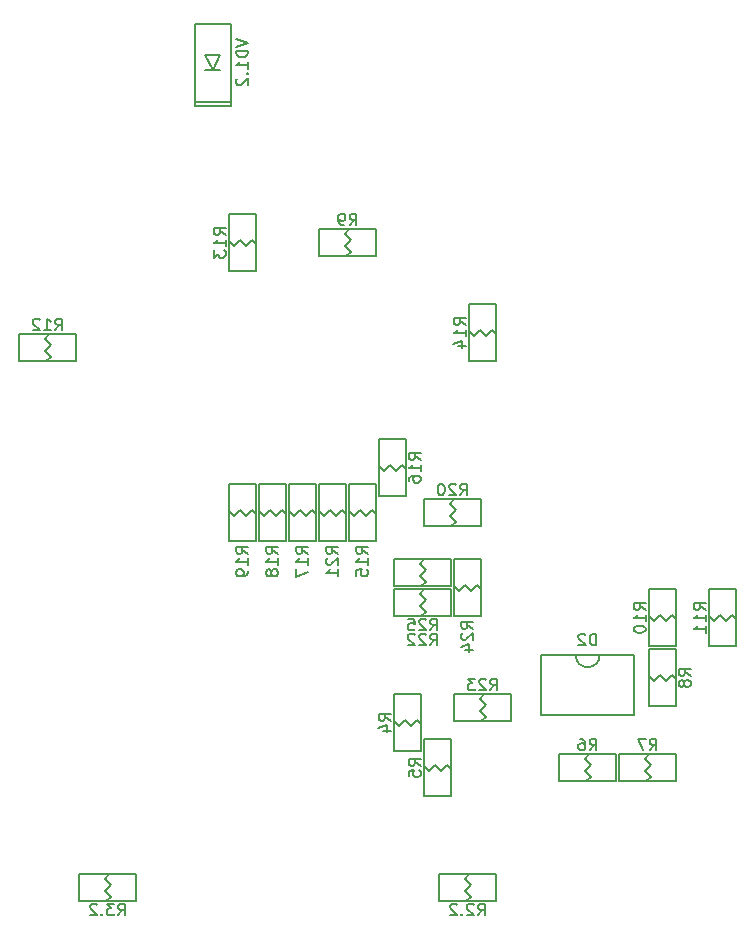
<source format=gbr>
G04 #@! TF.GenerationSoftware,KiCad,Pcbnew,5.1.6-c6e7f7d~87~ubuntu19.10.1*
G04 #@! TF.CreationDate,2021-07-29T05:59:27+06:00*
G04 #@! TF.ProjectId,little_angel_chorus_r1a,6c697474-6c65-45f6-916e-67656c5f6368,1A*
G04 #@! TF.SameCoordinates,Original*
G04 #@! TF.FileFunction,Legend,Bot*
G04 #@! TF.FilePolarity,Positive*
%FSLAX46Y46*%
G04 Gerber Fmt 4.6, Leading zero omitted, Abs format (unit mm)*
G04 Created by KiCad (PCBNEW 5.1.6-c6e7f7d~87~ubuntu19.10.1) date 2021-07-29 05:59:27*
%MOMM*%
%LPD*%
G01*
G04 APERTURE LIST*
%ADD10C,0.200000*%
G04 APERTURE END LIST*
D10*
X134747000Y-149225000D02*
X126873000Y-149225000D01*
X126873000Y-149225000D02*
X126873000Y-154305000D01*
X126873000Y-154305000D02*
X134747000Y-154305000D01*
X134747000Y-149225000D02*
X134747000Y-154305000D01*
X131826000Y-149225000D02*
G75*
G02*
X129794000Y-149225000I-1016000J0D01*
G01*
X89916000Y-169164000D02*
X90424000Y-169672000D01*
X90424000Y-169672000D02*
X90043000Y-170053000D01*
X89916000Y-169164000D02*
X90424000Y-168656000D01*
X90424000Y-168656000D02*
X89916000Y-168148000D01*
X89916000Y-168148000D02*
X90297000Y-167767000D01*
X87757000Y-167767000D02*
X92583000Y-167767000D01*
X87757000Y-170053000D02*
X92583000Y-170053000D01*
X92583000Y-170053000D02*
X92583000Y-167767000D01*
X87757000Y-170053000D02*
X87757000Y-167767000D01*
X120904000Y-168656000D02*
X120396000Y-168148000D01*
X120396000Y-168148000D02*
X120777000Y-167767000D01*
X120904000Y-168656000D02*
X120396000Y-169164000D01*
X120396000Y-169164000D02*
X120904000Y-169672000D01*
X120904000Y-169672000D02*
X120523000Y-170053000D01*
X123063000Y-170053000D02*
X118237000Y-170053000D01*
X123063000Y-167767000D02*
X118237000Y-167767000D01*
X118237000Y-167767000D02*
X118237000Y-170053000D01*
X123063000Y-167767000D02*
X123063000Y-170053000D01*
X136144000Y-158496000D02*
X135636000Y-157988000D01*
X135636000Y-157988000D02*
X136017000Y-157607000D01*
X136144000Y-158496000D02*
X135636000Y-159004000D01*
X135636000Y-159004000D02*
X136144000Y-159512000D01*
X136144000Y-159512000D02*
X135763000Y-159893000D01*
X138303000Y-159893000D02*
X133477000Y-159893000D01*
X138303000Y-157607000D02*
X133477000Y-157607000D01*
X133477000Y-157607000D02*
X133477000Y-159893000D01*
X138303000Y-157607000D02*
X138303000Y-159893000D01*
X131064000Y-158496000D02*
X130556000Y-157988000D01*
X130556000Y-157988000D02*
X130937000Y-157607000D01*
X131064000Y-158496000D02*
X130556000Y-159004000D01*
X130556000Y-159004000D02*
X131064000Y-159512000D01*
X131064000Y-159512000D02*
X130683000Y-159893000D01*
X133223000Y-159893000D02*
X128397000Y-159893000D01*
X133223000Y-157607000D02*
X128397000Y-157607000D01*
X128397000Y-157607000D02*
X128397000Y-159893000D01*
X133223000Y-157607000D02*
X133223000Y-159893000D01*
X118364000Y-159004000D02*
X118872000Y-158496000D01*
X118872000Y-158496000D02*
X119253000Y-158877000D01*
X118364000Y-159004000D02*
X117856000Y-158496000D01*
X117856000Y-158496000D02*
X117348000Y-159004000D01*
X117348000Y-159004000D02*
X116967000Y-158623000D01*
X116967000Y-161163000D02*
X116967000Y-156337000D01*
X119253000Y-161163000D02*
X119253000Y-156337000D01*
X119253000Y-156337000D02*
X116967000Y-156337000D01*
X119253000Y-161163000D02*
X116967000Y-161163000D01*
X115316000Y-154686000D02*
X114808000Y-155194000D01*
X114808000Y-155194000D02*
X114427000Y-154813000D01*
X115316000Y-154686000D02*
X115824000Y-155194000D01*
X115824000Y-155194000D02*
X116332000Y-154686000D01*
X116332000Y-154686000D02*
X116713000Y-155067000D01*
X116713000Y-152527000D02*
X116713000Y-157353000D01*
X114427000Y-152527000D02*
X114427000Y-157353000D01*
X114427000Y-157353000D02*
X116713000Y-157353000D01*
X114427000Y-152527000D02*
X116713000Y-152527000D01*
X137414000Y-146304000D02*
X137922000Y-145796000D01*
X137922000Y-145796000D02*
X138303000Y-146177000D01*
X137414000Y-146304000D02*
X136906000Y-145796000D01*
X136906000Y-145796000D02*
X136398000Y-146304000D01*
X136398000Y-146304000D02*
X136017000Y-145923000D01*
X136017000Y-148463000D02*
X136017000Y-143637000D01*
X138303000Y-148463000D02*
X138303000Y-143637000D01*
X138303000Y-143637000D02*
X136017000Y-143637000D01*
X138303000Y-148463000D02*
X136017000Y-148463000D01*
X142494000Y-146304000D02*
X143002000Y-145796000D01*
X143002000Y-145796000D02*
X143383000Y-146177000D01*
X142494000Y-146304000D02*
X141986000Y-145796000D01*
X141986000Y-145796000D02*
X141478000Y-146304000D01*
X141478000Y-146304000D02*
X141097000Y-145923000D01*
X141097000Y-148463000D02*
X141097000Y-143637000D01*
X143383000Y-148463000D02*
X143383000Y-143637000D01*
X143383000Y-143637000D02*
X141097000Y-143637000D01*
X143383000Y-148463000D02*
X141097000Y-148463000D01*
X122174000Y-122174000D02*
X122682000Y-121666000D01*
X122682000Y-121666000D02*
X123063000Y-122047000D01*
X122174000Y-122174000D02*
X121666000Y-121666000D01*
X121666000Y-121666000D02*
X121158000Y-122174000D01*
X121158000Y-122174000D02*
X120777000Y-121793000D01*
X120777000Y-124333000D02*
X120777000Y-119507000D01*
X123063000Y-124333000D02*
X123063000Y-119507000D01*
X123063000Y-119507000D02*
X120777000Y-119507000D01*
X123063000Y-124333000D02*
X120777000Y-124333000D01*
X121666000Y-153924000D02*
X122174000Y-154432000D01*
X122174000Y-154432000D02*
X121793000Y-154813000D01*
X121666000Y-153924000D02*
X122174000Y-153416000D01*
X122174000Y-153416000D02*
X121666000Y-152908000D01*
X121666000Y-152908000D02*
X122047000Y-152527000D01*
X119507000Y-152527000D02*
X124333000Y-152527000D01*
X119507000Y-154813000D02*
X124333000Y-154813000D01*
X124333000Y-154813000D02*
X124333000Y-152527000D01*
X119507000Y-154813000D02*
X119507000Y-152527000D01*
X101346000Y-114046000D02*
X100838000Y-114554000D01*
X100838000Y-114554000D02*
X100457000Y-114173000D01*
X101346000Y-114046000D02*
X101854000Y-114554000D01*
X101854000Y-114554000D02*
X102362000Y-114046000D01*
X102362000Y-114046000D02*
X102743000Y-114427000D01*
X102743000Y-111887000D02*
X102743000Y-116713000D01*
X100457000Y-111887000D02*
X100457000Y-116713000D01*
X100457000Y-116713000D02*
X102743000Y-116713000D01*
X100457000Y-111887000D02*
X102743000Y-111887000D01*
X110236000Y-114554000D02*
X110744000Y-115062000D01*
X110744000Y-115062000D02*
X110363000Y-115443000D01*
X110236000Y-114554000D02*
X110744000Y-114046000D01*
X110744000Y-114046000D02*
X110236000Y-113538000D01*
X110236000Y-113538000D02*
X110617000Y-113157000D01*
X108077000Y-113157000D02*
X112903000Y-113157000D01*
X108077000Y-115443000D02*
X112903000Y-115443000D01*
X112903000Y-115443000D02*
X112903000Y-113157000D01*
X108077000Y-115443000D02*
X108077000Y-113157000D01*
X84836000Y-123444000D02*
X85344000Y-123952000D01*
X85344000Y-123952000D02*
X84963000Y-124333000D01*
X84836000Y-123444000D02*
X85344000Y-122936000D01*
X85344000Y-122936000D02*
X84836000Y-122428000D01*
X84836000Y-122428000D02*
X85217000Y-122047000D01*
X82677000Y-122047000D02*
X87503000Y-122047000D01*
X82677000Y-124333000D02*
X87503000Y-124333000D01*
X87503000Y-124333000D02*
X87503000Y-122047000D01*
X82677000Y-124333000D02*
X82677000Y-122047000D01*
X137414000Y-151384000D02*
X137922000Y-150876000D01*
X137922000Y-150876000D02*
X138303000Y-151257000D01*
X137414000Y-151384000D02*
X136906000Y-150876000D01*
X136906000Y-150876000D02*
X136398000Y-151384000D01*
X136398000Y-151384000D02*
X136017000Y-151003000D01*
X136017000Y-153543000D02*
X136017000Y-148717000D01*
X138303000Y-153543000D02*
X138303000Y-148717000D01*
X138303000Y-148717000D02*
X136017000Y-148717000D01*
X138303000Y-153543000D02*
X136017000Y-153543000D01*
X108966000Y-136906000D02*
X108458000Y-137414000D01*
X108458000Y-137414000D02*
X108077000Y-137033000D01*
X108966000Y-136906000D02*
X109474000Y-137414000D01*
X109474000Y-137414000D02*
X109982000Y-136906000D01*
X109982000Y-136906000D02*
X110363000Y-137287000D01*
X110363000Y-134747000D02*
X110363000Y-139573000D01*
X108077000Y-134747000D02*
X108077000Y-139573000D01*
X108077000Y-139573000D02*
X110363000Y-139573000D01*
X108077000Y-134747000D02*
X110363000Y-134747000D01*
X117094000Y-141986000D02*
X116586000Y-141478000D01*
X116586000Y-141478000D02*
X116967000Y-141097000D01*
X117094000Y-141986000D02*
X116586000Y-142494000D01*
X116586000Y-142494000D02*
X117094000Y-143002000D01*
X117094000Y-143002000D02*
X116713000Y-143383000D01*
X119253000Y-143383000D02*
X114427000Y-143383000D01*
X119253000Y-141097000D02*
X114427000Y-141097000D01*
X114427000Y-141097000D02*
X114427000Y-143383000D01*
X119253000Y-141097000D02*
X119253000Y-143383000D01*
X119126000Y-137414000D02*
X119634000Y-137922000D01*
X119634000Y-137922000D02*
X119253000Y-138303000D01*
X119126000Y-137414000D02*
X119634000Y-136906000D01*
X119634000Y-136906000D02*
X119126000Y-136398000D01*
X119126000Y-136398000D02*
X119507000Y-136017000D01*
X116967000Y-136017000D02*
X121793000Y-136017000D01*
X116967000Y-138303000D02*
X121793000Y-138303000D01*
X121793000Y-138303000D02*
X121793000Y-136017000D01*
X116967000Y-138303000D02*
X116967000Y-136017000D01*
X101346000Y-136906000D02*
X100838000Y-137414000D01*
X100838000Y-137414000D02*
X100457000Y-137033000D01*
X101346000Y-136906000D02*
X101854000Y-137414000D01*
X101854000Y-137414000D02*
X102362000Y-136906000D01*
X102362000Y-136906000D02*
X102743000Y-137287000D01*
X102743000Y-134747000D02*
X102743000Y-139573000D01*
X100457000Y-134747000D02*
X100457000Y-139573000D01*
X100457000Y-139573000D02*
X102743000Y-139573000D01*
X100457000Y-134747000D02*
X102743000Y-134747000D01*
X103886000Y-136906000D02*
X103378000Y-137414000D01*
X103378000Y-137414000D02*
X102997000Y-137033000D01*
X103886000Y-136906000D02*
X104394000Y-137414000D01*
X104394000Y-137414000D02*
X104902000Y-136906000D01*
X104902000Y-136906000D02*
X105283000Y-137287000D01*
X105283000Y-134747000D02*
X105283000Y-139573000D01*
X102997000Y-134747000D02*
X102997000Y-139573000D01*
X102997000Y-139573000D02*
X105283000Y-139573000D01*
X102997000Y-134747000D02*
X105283000Y-134747000D01*
X106426000Y-136906000D02*
X105918000Y-137414000D01*
X105918000Y-137414000D02*
X105537000Y-137033000D01*
X106426000Y-136906000D02*
X106934000Y-137414000D01*
X106934000Y-137414000D02*
X107442000Y-136906000D01*
X107442000Y-136906000D02*
X107823000Y-137287000D01*
X107823000Y-134747000D02*
X107823000Y-139573000D01*
X105537000Y-134747000D02*
X105537000Y-139573000D01*
X105537000Y-139573000D02*
X107823000Y-139573000D01*
X105537000Y-134747000D02*
X107823000Y-134747000D01*
X114046000Y-133096000D02*
X113538000Y-133604000D01*
X113538000Y-133604000D02*
X113157000Y-133223000D01*
X114046000Y-133096000D02*
X114554000Y-133604000D01*
X114554000Y-133604000D02*
X115062000Y-133096000D01*
X115062000Y-133096000D02*
X115443000Y-133477000D01*
X115443000Y-130937000D02*
X115443000Y-135763000D01*
X113157000Y-130937000D02*
X113157000Y-135763000D01*
X113157000Y-135763000D02*
X115443000Y-135763000D01*
X113157000Y-130937000D02*
X115443000Y-130937000D01*
X111506000Y-136906000D02*
X110998000Y-137414000D01*
X110998000Y-137414000D02*
X110617000Y-137033000D01*
X111506000Y-136906000D02*
X112014000Y-137414000D01*
X112014000Y-137414000D02*
X112522000Y-136906000D01*
X112522000Y-136906000D02*
X112903000Y-137287000D01*
X112903000Y-134747000D02*
X112903000Y-139573000D01*
X110617000Y-134747000D02*
X110617000Y-139573000D01*
X110617000Y-139573000D02*
X112903000Y-139573000D01*
X110617000Y-134747000D02*
X112903000Y-134747000D01*
X120904000Y-143764000D02*
X121412000Y-143256000D01*
X121412000Y-143256000D02*
X121793000Y-143637000D01*
X120904000Y-143764000D02*
X120396000Y-143256000D01*
X120396000Y-143256000D02*
X119888000Y-143764000D01*
X119888000Y-143764000D02*
X119507000Y-143383000D01*
X119507000Y-145923000D02*
X119507000Y-141097000D01*
X121793000Y-145923000D02*
X121793000Y-141097000D01*
X121793000Y-141097000D02*
X119507000Y-141097000D01*
X121793000Y-145923000D02*
X119507000Y-145923000D01*
X116586000Y-145034000D02*
X117094000Y-145542000D01*
X117094000Y-145542000D02*
X116713000Y-145923000D01*
X116586000Y-145034000D02*
X117094000Y-144526000D01*
X117094000Y-144526000D02*
X116586000Y-144018000D01*
X116586000Y-144018000D02*
X116967000Y-143637000D01*
X114427000Y-143637000D02*
X119253000Y-143637000D01*
X114427000Y-145923000D02*
X119253000Y-145923000D01*
X119253000Y-145923000D02*
X119253000Y-143637000D01*
X114427000Y-145923000D02*
X114427000Y-143637000D01*
X98425000Y-99695000D02*
X99695000Y-99695000D01*
X98425000Y-98425000D02*
X99695000Y-98425000D01*
X99695000Y-98425000D02*
X99060000Y-99695000D01*
X99060000Y-99695000D02*
X98425000Y-98425000D01*
X100584000Y-95758000D02*
X100584000Y-102743000D01*
X97536000Y-95758000D02*
X97536000Y-102743000D01*
X97536000Y-102743000D02*
X100584000Y-102743000D01*
X97536000Y-102362000D02*
X100584000Y-102362000D01*
X100584000Y-95758000D02*
X97536000Y-95758000D01*
X131548095Y-148407380D02*
X131548095Y-147407380D01*
X131310000Y-147407380D01*
X131167142Y-147455000D01*
X131071904Y-147550238D01*
X131024285Y-147645476D01*
X130976666Y-147835952D01*
X130976666Y-147978809D01*
X131024285Y-148169285D01*
X131071904Y-148264523D01*
X131167142Y-148359761D01*
X131310000Y-148407380D01*
X131548095Y-148407380D01*
X130595714Y-147502619D02*
X130548095Y-147455000D01*
X130452857Y-147407380D01*
X130214761Y-147407380D01*
X130119523Y-147455000D01*
X130071904Y-147502619D01*
X130024285Y-147597857D01*
X130024285Y-147693095D01*
X130071904Y-147835952D01*
X130643333Y-148407380D01*
X130024285Y-148407380D01*
X91050952Y-171267380D02*
X91384285Y-170791190D01*
X91622380Y-171267380D02*
X91622380Y-170267380D01*
X91241428Y-170267380D01*
X91146190Y-170315000D01*
X91098571Y-170362619D01*
X91050952Y-170457857D01*
X91050952Y-170600714D01*
X91098571Y-170695952D01*
X91146190Y-170743571D01*
X91241428Y-170791190D01*
X91622380Y-170791190D01*
X90717619Y-170267380D02*
X90098571Y-170267380D01*
X90431904Y-170648333D01*
X90289047Y-170648333D01*
X90193809Y-170695952D01*
X90146190Y-170743571D01*
X90098571Y-170838809D01*
X90098571Y-171076904D01*
X90146190Y-171172142D01*
X90193809Y-171219761D01*
X90289047Y-171267380D01*
X90574761Y-171267380D01*
X90670000Y-171219761D01*
X90717619Y-171172142D01*
X89670000Y-171172142D02*
X89622380Y-171219761D01*
X89670000Y-171267380D01*
X89717619Y-171219761D01*
X89670000Y-171172142D01*
X89670000Y-171267380D01*
X89241428Y-170362619D02*
X89193809Y-170315000D01*
X89098571Y-170267380D01*
X88860476Y-170267380D01*
X88765238Y-170315000D01*
X88717619Y-170362619D01*
X88670000Y-170457857D01*
X88670000Y-170553095D01*
X88717619Y-170695952D01*
X89289047Y-171267380D01*
X88670000Y-171267380D01*
X121530952Y-171267380D02*
X121864285Y-170791190D01*
X122102380Y-171267380D02*
X122102380Y-170267380D01*
X121721428Y-170267380D01*
X121626190Y-170315000D01*
X121578571Y-170362619D01*
X121530952Y-170457857D01*
X121530952Y-170600714D01*
X121578571Y-170695952D01*
X121626190Y-170743571D01*
X121721428Y-170791190D01*
X122102380Y-170791190D01*
X121150000Y-170362619D02*
X121102380Y-170315000D01*
X121007142Y-170267380D01*
X120769047Y-170267380D01*
X120673809Y-170315000D01*
X120626190Y-170362619D01*
X120578571Y-170457857D01*
X120578571Y-170553095D01*
X120626190Y-170695952D01*
X121197619Y-171267380D01*
X120578571Y-171267380D01*
X120150000Y-171172142D02*
X120102380Y-171219761D01*
X120150000Y-171267380D01*
X120197619Y-171219761D01*
X120150000Y-171172142D01*
X120150000Y-171267380D01*
X119721428Y-170362619D02*
X119673809Y-170315000D01*
X119578571Y-170267380D01*
X119340476Y-170267380D01*
X119245238Y-170315000D01*
X119197619Y-170362619D01*
X119150000Y-170457857D01*
X119150000Y-170553095D01*
X119197619Y-170695952D01*
X119769047Y-171267380D01*
X119150000Y-171267380D01*
X136056666Y-157297380D02*
X136390000Y-156821190D01*
X136628095Y-157297380D02*
X136628095Y-156297380D01*
X136247142Y-156297380D01*
X136151904Y-156345000D01*
X136104285Y-156392619D01*
X136056666Y-156487857D01*
X136056666Y-156630714D01*
X136104285Y-156725952D01*
X136151904Y-156773571D01*
X136247142Y-156821190D01*
X136628095Y-156821190D01*
X135723333Y-156297380D02*
X135056666Y-156297380D01*
X135485238Y-157297380D01*
X130976666Y-157297380D02*
X131310000Y-156821190D01*
X131548095Y-157297380D02*
X131548095Y-156297380D01*
X131167142Y-156297380D01*
X131071904Y-156345000D01*
X131024285Y-156392619D01*
X130976666Y-156487857D01*
X130976666Y-156630714D01*
X131024285Y-156725952D01*
X131071904Y-156773571D01*
X131167142Y-156821190D01*
X131548095Y-156821190D01*
X130119523Y-156297380D02*
X130310000Y-156297380D01*
X130405238Y-156345000D01*
X130452857Y-156392619D01*
X130548095Y-156535476D01*
X130595714Y-156725952D01*
X130595714Y-157106904D01*
X130548095Y-157202142D01*
X130500476Y-157249761D01*
X130405238Y-157297380D01*
X130214761Y-157297380D01*
X130119523Y-157249761D01*
X130071904Y-157202142D01*
X130024285Y-157106904D01*
X130024285Y-156868809D01*
X130071904Y-156773571D01*
X130119523Y-156725952D01*
X130214761Y-156678333D01*
X130405238Y-156678333D01*
X130500476Y-156725952D01*
X130548095Y-156773571D01*
X130595714Y-156868809D01*
X116657380Y-158583333D02*
X116181190Y-158250000D01*
X116657380Y-158011904D02*
X115657380Y-158011904D01*
X115657380Y-158392857D01*
X115705000Y-158488095D01*
X115752619Y-158535714D01*
X115847857Y-158583333D01*
X115990714Y-158583333D01*
X116085952Y-158535714D01*
X116133571Y-158488095D01*
X116181190Y-158392857D01*
X116181190Y-158011904D01*
X115657380Y-159488095D02*
X115657380Y-159011904D01*
X116133571Y-158964285D01*
X116085952Y-159011904D01*
X116038333Y-159107142D01*
X116038333Y-159345238D01*
X116085952Y-159440476D01*
X116133571Y-159488095D01*
X116228809Y-159535714D01*
X116466904Y-159535714D01*
X116562142Y-159488095D01*
X116609761Y-159440476D01*
X116657380Y-159345238D01*
X116657380Y-159107142D01*
X116609761Y-159011904D01*
X116562142Y-158964285D01*
X114117380Y-154773333D02*
X113641190Y-154440000D01*
X114117380Y-154201904D02*
X113117380Y-154201904D01*
X113117380Y-154582857D01*
X113165000Y-154678095D01*
X113212619Y-154725714D01*
X113307857Y-154773333D01*
X113450714Y-154773333D01*
X113545952Y-154725714D01*
X113593571Y-154678095D01*
X113641190Y-154582857D01*
X113641190Y-154201904D01*
X113450714Y-155630476D02*
X114117380Y-155630476D01*
X113069761Y-155392380D02*
X113784047Y-155154285D01*
X113784047Y-155773333D01*
X135707380Y-145407142D02*
X135231190Y-145073809D01*
X135707380Y-144835714D02*
X134707380Y-144835714D01*
X134707380Y-145216666D01*
X134755000Y-145311904D01*
X134802619Y-145359523D01*
X134897857Y-145407142D01*
X135040714Y-145407142D01*
X135135952Y-145359523D01*
X135183571Y-145311904D01*
X135231190Y-145216666D01*
X135231190Y-144835714D01*
X135707380Y-146359523D02*
X135707380Y-145788095D01*
X135707380Y-146073809D02*
X134707380Y-146073809D01*
X134850238Y-145978571D01*
X134945476Y-145883333D01*
X134993095Y-145788095D01*
X134707380Y-146978571D02*
X134707380Y-147073809D01*
X134755000Y-147169047D01*
X134802619Y-147216666D01*
X134897857Y-147264285D01*
X135088333Y-147311904D01*
X135326428Y-147311904D01*
X135516904Y-147264285D01*
X135612142Y-147216666D01*
X135659761Y-147169047D01*
X135707380Y-147073809D01*
X135707380Y-146978571D01*
X135659761Y-146883333D01*
X135612142Y-146835714D01*
X135516904Y-146788095D01*
X135326428Y-146740476D01*
X135088333Y-146740476D01*
X134897857Y-146788095D01*
X134802619Y-146835714D01*
X134755000Y-146883333D01*
X134707380Y-146978571D01*
X140787380Y-145407142D02*
X140311190Y-145073809D01*
X140787380Y-144835714D02*
X139787380Y-144835714D01*
X139787380Y-145216666D01*
X139835000Y-145311904D01*
X139882619Y-145359523D01*
X139977857Y-145407142D01*
X140120714Y-145407142D01*
X140215952Y-145359523D01*
X140263571Y-145311904D01*
X140311190Y-145216666D01*
X140311190Y-144835714D01*
X140787380Y-146359523D02*
X140787380Y-145788095D01*
X140787380Y-146073809D02*
X139787380Y-146073809D01*
X139930238Y-145978571D01*
X140025476Y-145883333D01*
X140073095Y-145788095D01*
X140787380Y-147311904D02*
X140787380Y-146740476D01*
X140787380Y-147026190D02*
X139787380Y-147026190D01*
X139930238Y-146930952D01*
X140025476Y-146835714D01*
X140073095Y-146740476D01*
X120467380Y-121277142D02*
X119991190Y-120943809D01*
X120467380Y-120705714D02*
X119467380Y-120705714D01*
X119467380Y-121086666D01*
X119515000Y-121181904D01*
X119562619Y-121229523D01*
X119657857Y-121277142D01*
X119800714Y-121277142D01*
X119895952Y-121229523D01*
X119943571Y-121181904D01*
X119991190Y-121086666D01*
X119991190Y-120705714D01*
X120467380Y-122229523D02*
X120467380Y-121658095D01*
X120467380Y-121943809D02*
X119467380Y-121943809D01*
X119610238Y-121848571D01*
X119705476Y-121753333D01*
X119753095Y-121658095D01*
X119800714Y-123086666D02*
X120467380Y-123086666D01*
X119419761Y-122848571D02*
X120134047Y-122610476D01*
X120134047Y-123229523D01*
X122562857Y-152217380D02*
X122896190Y-151741190D01*
X123134285Y-152217380D02*
X123134285Y-151217380D01*
X122753333Y-151217380D01*
X122658095Y-151265000D01*
X122610476Y-151312619D01*
X122562857Y-151407857D01*
X122562857Y-151550714D01*
X122610476Y-151645952D01*
X122658095Y-151693571D01*
X122753333Y-151741190D01*
X123134285Y-151741190D01*
X122181904Y-151312619D02*
X122134285Y-151265000D01*
X122039047Y-151217380D01*
X121800952Y-151217380D01*
X121705714Y-151265000D01*
X121658095Y-151312619D01*
X121610476Y-151407857D01*
X121610476Y-151503095D01*
X121658095Y-151645952D01*
X122229523Y-152217380D01*
X121610476Y-152217380D01*
X121277142Y-151217380D02*
X120658095Y-151217380D01*
X120991428Y-151598333D01*
X120848571Y-151598333D01*
X120753333Y-151645952D01*
X120705714Y-151693571D01*
X120658095Y-151788809D01*
X120658095Y-152026904D01*
X120705714Y-152122142D01*
X120753333Y-152169761D01*
X120848571Y-152217380D01*
X121134285Y-152217380D01*
X121229523Y-152169761D01*
X121277142Y-152122142D01*
X100147380Y-113657142D02*
X99671190Y-113323809D01*
X100147380Y-113085714D02*
X99147380Y-113085714D01*
X99147380Y-113466666D01*
X99195000Y-113561904D01*
X99242619Y-113609523D01*
X99337857Y-113657142D01*
X99480714Y-113657142D01*
X99575952Y-113609523D01*
X99623571Y-113561904D01*
X99671190Y-113466666D01*
X99671190Y-113085714D01*
X100147380Y-114609523D02*
X100147380Y-114038095D01*
X100147380Y-114323809D02*
X99147380Y-114323809D01*
X99290238Y-114228571D01*
X99385476Y-114133333D01*
X99433095Y-114038095D01*
X99147380Y-114942857D02*
X99147380Y-115561904D01*
X99528333Y-115228571D01*
X99528333Y-115371428D01*
X99575952Y-115466666D01*
X99623571Y-115514285D01*
X99718809Y-115561904D01*
X99956904Y-115561904D01*
X100052142Y-115514285D01*
X100099761Y-115466666D01*
X100147380Y-115371428D01*
X100147380Y-115085714D01*
X100099761Y-114990476D01*
X100052142Y-114942857D01*
X110656666Y-112847380D02*
X110990000Y-112371190D01*
X111228095Y-112847380D02*
X111228095Y-111847380D01*
X110847142Y-111847380D01*
X110751904Y-111895000D01*
X110704285Y-111942619D01*
X110656666Y-112037857D01*
X110656666Y-112180714D01*
X110704285Y-112275952D01*
X110751904Y-112323571D01*
X110847142Y-112371190D01*
X111228095Y-112371190D01*
X110180476Y-112847380D02*
X109990000Y-112847380D01*
X109894761Y-112799761D01*
X109847142Y-112752142D01*
X109751904Y-112609285D01*
X109704285Y-112418809D01*
X109704285Y-112037857D01*
X109751904Y-111942619D01*
X109799523Y-111895000D01*
X109894761Y-111847380D01*
X110085238Y-111847380D01*
X110180476Y-111895000D01*
X110228095Y-111942619D01*
X110275714Y-112037857D01*
X110275714Y-112275952D01*
X110228095Y-112371190D01*
X110180476Y-112418809D01*
X110085238Y-112466428D01*
X109894761Y-112466428D01*
X109799523Y-112418809D01*
X109751904Y-112371190D01*
X109704285Y-112275952D01*
X85732857Y-121737380D02*
X86066190Y-121261190D01*
X86304285Y-121737380D02*
X86304285Y-120737380D01*
X85923333Y-120737380D01*
X85828095Y-120785000D01*
X85780476Y-120832619D01*
X85732857Y-120927857D01*
X85732857Y-121070714D01*
X85780476Y-121165952D01*
X85828095Y-121213571D01*
X85923333Y-121261190D01*
X86304285Y-121261190D01*
X84780476Y-121737380D02*
X85351904Y-121737380D01*
X85066190Y-121737380D02*
X85066190Y-120737380D01*
X85161428Y-120880238D01*
X85256666Y-120975476D01*
X85351904Y-121023095D01*
X84399523Y-120832619D02*
X84351904Y-120785000D01*
X84256666Y-120737380D01*
X84018571Y-120737380D01*
X83923333Y-120785000D01*
X83875714Y-120832619D01*
X83828095Y-120927857D01*
X83828095Y-121023095D01*
X83875714Y-121165952D01*
X84447142Y-121737380D01*
X83828095Y-121737380D01*
X139517380Y-150963333D02*
X139041190Y-150630000D01*
X139517380Y-150391904D02*
X138517380Y-150391904D01*
X138517380Y-150772857D01*
X138565000Y-150868095D01*
X138612619Y-150915714D01*
X138707857Y-150963333D01*
X138850714Y-150963333D01*
X138945952Y-150915714D01*
X138993571Y-150868095D01*
X139041190Y-150772857D01*
X139041190Y-150391904D01*
X138945952Y-151534761D02*
X138898333Y-151439523D01*
X138850714Y-151391904D01*
X138755476Y-151344285D01*
X138707857Y-151344285D01*
X138612619Y-151391904D01*
X138565000Y-151439523D01*
X138517380Y-151534761D01*
X138517380Y-151725238D01*
X138565000Y-151820476D01*
X138612619Y-151868095D01*
X138707857Y-151915714D01*
X138755476Y-151915714D01*
X138850714Y-151868095D01*
X138898333Y-151820476D01*
X138945952Y-151725238D01*
X138945952Y-151534761D01*
X138993571Y-151439523D01*
X139041190Y-151391904D01*
X139136428Y-151344285D01*
X139326904Y-151344285D01*
X139422142Y-151391904D01*
X139469761Y-151439523D01*
X139517380Y-151534761D01*
X139517380Y-151725238D01*
X139469761Y-151820476D01*
X139422142Y-151868095D01*
X139326904Y-151915714D01*
X139136428Y-151915714D01*
X139041190Y-151868095D01*
X138993571Y-151820476D01*
X138945952Y-151725238D01*
X109672380Y-140639523D02*
X109196190Y-140306190D01*
X109672380Y-140068095D02*
X108672380Y-140068095D01*
X108672380Y-140449047D01*
X108720000Y-140544285D01*
X108767619Y-140591904D01*
X108862857Y-140639523D01*
X109005714Y-140639523D01*
X109100952Y-140591904D01*
X109148571Y-140544285D01*
X109196190Y-140449047D01*
X109196190Y-140068095D01*
X108767619Y-141020476D02*
X108720000Y-141068095D01*
X108672380Y-141163333D01*
X108672380Y-141401428D01*
X108720000Y-141496666D01*
X108767619Y-141544285D01*
X108862857Y-141591904D01*
X108958095Y-141591904D01*
X109100952Y-141544285D01*
X109672380Y-140972857D01*
X109672380Y-141591904D01*
X109672380Y-142544285D02*
X109672380Y-141972857D01*
X109672380Y-142258571D02*
X108672380Y-142258571D01*
X108815238Y-142163333D01*
X108910476Y-142068095D01*
X108958095Y-141972857D01*
X117482857Y-147137380D02*
X117816190Y-146661190D01*
X118054285Y-147137380D02*
X118054285Y-146137380D01*
X117673333Y-146137380D01*
X117578095Y-146185000D01*
X117530476Y-146232619D01*
X117482857Y-146327857D01*
X117482857Y-146470714D01*
X117530476Y-146565952D01*
X117578095Y-146613571D01*
X117673333Y-146661190D01*
X118054285Y-146661190D01*
X117101904Y-146232619D02*
X117054285Y-146185000D01*
X116959047Y-146137380D01*
X116720952Y-146137380D01*
X116625714Y-146185000D01*
X116578095Y-146232619D01*
X116530476Y-146327857D01*
X116530476Y-146423095D01*
X116578095Y-146565952D01*
X117149523Y-147137380D01*
X116530476Y-147137380D01*
X115625714Y-146137380D02*
X116101904Y-146137380D01*
X116149523Y-146613571D01*
X116101904Y-146565952D01*
X116006666Y-146518333D01*
X115768571Y-146518333D01*
X115673333Y-146565952D01*
X115625714Y-146613571D01*
X115578095Y-146708809D01*
X115578095Y-146946904D01*
X115625714Y-147042142D01*
X115673333Y-147089761D01*
X115768571Y-147137380D01*
X116006666Y-147137380D01*
X116101904Y-147089761D01*
X116149523Y-147042142D01*
X120022857Y-135707380D02*
X120356190Y-135231190D01*
X120594285Y-135707380D02*
X120594285Y-134707380D01*
X120213333Y-134707380D01*
X120118095Y-134755000D01*
X120070476Y-134802619D01*
X120022857Y-134897857D01*
X120022857Y-135040714D01*
X120070476Y-135135952D01*
X120118095Y-135183571D01*
X120213333Y-135231190D01*
X120594285Y-135231190D01*
X119641904Y-134802619D02*
X119594285Y-134755000D01*
X119499047Y-134707380D01*
X119260952Y-134707380D01*
X119165714Y-134755000D01*
X119118095Y-134802619D01*
X119070476Y-134897857D01*
X119070476Y-134993095D01*
X119118095Y-135135952D01*
X119689523Y-135707380D01*
X119070476Y-135707380D01*
X118451428Y-134707380D02*
X118356190Y-134707380D01*
X118260952Y-134755000D01*
X118213333Y-134802619D01*
X118165714Y-134897857D01*
X118118095Y-135088333D01*
X118118095Y-135326428D01*
X118165714Y-135516904D01*
X118213333Y-135612142D01*
X118260952Y-135659761D01*
X118356190Y-135707380D01*
X118451428Y-135707380D01*
X118546666Y-135659761D01*
X118594285Y-135612142D01*
X118641904Y-135516904D01*
X118689523Y-135326428D01*
X118689523Y-135088333D01*
X118641904Y-134897857D01*
X118594285Y-134802619D01*
X118546666Y-134755000D01*
X118451428Y-134707380D01*
X102052380Y-140639523D02*
X101576190Y-140306190D01*
X102052380Y-140068095D02*
X101052380Y-140068095D01*
X101052380Y-140449047D01*
X101100000Y-140544285D01*
X101147619Y-140591904D01*
X101242857Y-140639523D01*
X101385714Y-140639523D01*
X101480952Y-140591904D01*
X101528571Y-140544285D01*
X101576190Y-140449047D01*
X101576190Y-140068095D01*
X102052380Y-141591904D02*
X102052380Y-141020476D01*
X102052380Y-141306190D02*
X101052380Y-141306190D01*
X101195238Y-141210952D01*
X101290476Y-141115714D01*
X101338095Y-141020476D01*
X102052380Y-142068095D02*
X102052380Y-142258571D01*
X102004761Y-142353809D01*
X101957142Y-142401428D01*
X101814285Y-142496666D01*
X101623809Y-142544285D01*
X101242857Y-142544285D01*
X101147619Y-142496666D01*
X101100000Y-142449047D01*
X101052380Y-142353809D01*
X101052380Y-142163333D01*
X101100000Y-142068095D01*
X101147619Y-142020476D01*
X101242857Y-141972857D01*
X101480952Y-141972857D01*
X101576190Y-142020476D01*
X101623809Y-142068095D01*
X101671428Y-142163333D01*
X101671428Y-142353809D01*
X101623809Y-142449047D01*
X101576190Y-142496666D01*
X101480952Y-142544285D01*
X104592380Y-140639523D02*
X104116190Y-140306190D01*
X104592380Y-140068095D02*
X103592380Y-140068095D01*
X103592380Y-140449047D01*
X103640000Y-140544285D01*
X103687619Y-140591904D01*
X103782857Y-140639523D01*
X103925714Y-140639523D01*
X104020952Y-140591904D01*
X104068571Y-140544285D01*
X104116190Y-140449047D01*
X104116190Y-140068095D01*
X104592380Y-141591904D02*
X104592380Y-141020476D01*
X104592380Y-141306190D02*
X103592380Y-141306190D01*
X103735238Y-141210952D01*
X103830476Y-141115714D01*
X103878095Y-141020476D01*
X104020952Y-142163333D02*
X103973333Y-142068095D01*
X103925714Y-142020476D01*
X103830476Y-141972857D01*
X103782857Y-141972857D01*
X103687619Y-142020476D01*
X103640000Y-142068095D01*
X103592380Y-142163333D01*
X103592380Y-142353809D01*
X103640000Y-142449047D01*
X103687619Y-142496666D01*
X103782857Y-142544285D01*
X103830476Y-142544285D01*
X103925714Y-142496666D01*
X103973333Y-142449047D01*
X104020952Y-142353809D01*
X104020952Y-142163333D01*
X104068571Y-142068095D01*
X104116190Y-142020476D01*
X104211428Y-141972857D01*
X104401904Y-141972857D01*
X104497142Y-142020476D01*
X104544761Y-142068095D01*
X104592380Y-142163333D01*
X104592380Y-142353809D01*
X104544761Y-142449047D01*
X104497142Y-142496666D01*
X104401904Y-142544285D01*
X104211428Y-142544285D01*
X104116190Y-142496666D01*
X104068571Y-142449047D01*
X104020952Y-142353809D01*
X107132380Y-140639523D02*
X106656190Y-140306190D01*
X107132380Y-140068095D02*
X106132380Y-140068095D01*
X106132380Y-140449047D01*
X106180000Y-140544285D01*
X106227619Y-140591904D01*
X106322857Y-140639523D01*
X106465714Y-140639523D01*
X106560952Y-140591904D01*
X106608571Y-140544285D01*
X106656190Y-140449047D01*
X106656190Y-140068095D01*
X107132380Y-141591904D02*
X107132380Y-141020476D01*
X107132380Y-141306190D02*
X106132380Y-141306190D01*
X106275238Y-141210952D01*
X106370476Y-141115714D01*
X106418095Y-141020476D01*
X106132380Y-141925238D02*
X106132380Y-142591904D01*
X107132380Y-142163333D01*
X116657380Y-132707142D02*
X116181190Y-132373809D01*
X116657380Y-132135714D02*
X115657380Y-132135714D01*
X115657380Y-132516666D01*
X115705000Y-132611904D01*
X115752619Y-132659523D01*
X115847857Y-132707142D01*
X115990714Y-132707142D01*
X116085952Y-132659523D01*
X116133571Y-132611904D01*
X116181190Y-132516666D01*
X116181190Y-132135714D01*
X116657380Y-133659523D02*
X116657380Y-133088095D01*
X116657380Y-133373809D02*
X115657380Y-133373809D01*
X115800238Y-133278571D01*
X115895476Y-133183333D01*
X115943095Y-133088095D01*
X115657380Y-134516666D02*
X115657380Y-134326190D01*
X115705000Y-134230952D01*
X115752619Y-134183333D01*
X115895476Y-134088095D01*
X116085952Y-134040476D01*
X116466904Y-134040476D01*
X116562142Y-134088095D01*
X116609761Y-134135714D01*
X116657380Y-134230952D01*
X116657380Y-134421428D01*
X116609761Y-134516666D01*
X116562142Y-134564285D01*
X116466904Y-134611904D01*
X116228809Y-134611904D01*
X116133571Y-134564285D01*
X116085952Y-134516666D01*
X116038333Y-134421428D01*
X116038333Y-134230952D01*
X116085952Y-134135714D01*
X116133571Y-134088095D01*
X116228809Y-134040476D01*
X112212380Y-140639523D02*
X111736190Y-140306190D01*
X112212380Y-140068095D02*
X111212380Y-140068095D01*
X111212380Y-140449047D01*
X111260000Y-140544285D01*
X111307619Y-140591904D01*
X111402857Y-140639523D01*
X111545714Y-140639523D01*
X111640952Y-140591904D01*
X111688571Y-140544285D01*
X111736190Y-140449047D01*
X111736190Y-140068095D01*
X112212380Y-141591904D02*
X112212380Y-141020476D01*
X112212380Y-141306190D02*
X111212380Y-141306190D01*
X111355238Y-141210952D01*
X111450476Y-141115714D01*
X111498095Y-141020476D01*
X111212380Y-142496666D02*
X111212380Y-142020476D01*
X111688571Y-141972857D01*
X111640952Y-142020476D01*
X111593333Y-142115714D01*
X111593333Y-142353809D01*
X111640952Y-142449047D01*
X111688571Y-142496666D01*
X111783809Y-142544285D01*
X112021904Y-142544285D01*
X112117142Y-142496666D01*
X112164761Y-142449047D01*
X112212380Y-142353809D01*
X112212380Y-142115714D01*
X112164761Y-142020476D01*
X112117142Y-141972857D01*
X121102380Y-146989523D02*
X120626190Y-146656190D01*
X121102380Y-146418095D02*
X120102380Y-146418095D01*
X120102380Y-146799047D01*
X120150000Y-146894285D01*
X120197619Y-146941904D01*
X120292857Y-146989523D01*
X120435714Y-146989523D01*
X120530952Y-146941904D01*
X120578571Y-146894285D01*
X120626190Y-146799047D01*
X120626190Y-146418095D01*
X120197619Y-147370476D02*
X120150000Y-147418095D01*
X120102380Y-147513333D01*
X120102380Y-147751428D01*
X120150000Y-147846666D01*
X120197619Y-147894285D01*
X120292857Y-147941904D01*
X120388095Y-147941904D01*
X120530952Y-147894285D01*
X121102380Y-147322857D01*
X121102380Y-147941904D01*
X120435714Y-148799047D02*
X121102380Y-148799047D01*
X120054761Y-148560952D02*
X120769047Y-148322857D01*
X120769047Y-148941904D01*
X117482857Y-148407380D02*
X117816190Y-147931190D01*
X118054285Y-148407380D02*
X118054285Y-147407380D01*
X117673333Y-147407380D01*
X117578095Y-147455000D01*
X117530476Y-147502619D01*
X117482857Y-147597857D01*
X117482857Y-147740714D01*
X117530476Y-147835952D01*
X117578095Y-147883571D01*
X117673333Y-147931190D01*
X118054285Y-147931190D01*
X117101904Y-147502619D02*
X117054285Y-147455000D01*
X116959047Y-147407380D01*
X116720952Y-147407380D01*
X116625714Y-147455000D01*
X116578095Y-147502619D01*
X116530476Y-147597857D01*
X116530476Y-147693095D01*
X116578095Y-147835952D01*
X117149523Y-148407380D01*
X116530476Y-148407380D01*
X116149523Y-147502619D02*
X116101904Y-147455000D01*
X116006666Y-147407380D01*
X115768571Y-147407380D01*
X115673333Y-147455000D01*
X115625714Y-147502619D01*
X115578095Y-147597857D01*
X115578095Y-147693095D01*
X115625714Y-147835952D01*
X116197142Y-148407380D01*
X115578095Y-148407380D01*
X101052380Y-97036190D02*
X102052380Y-97369523D01*
X101052380Y-97702857D01*
X102052380Y-98036190D02*
X101052380Y-98036190D01*
X101052380Y-98274285D01*
X101100000Y-98417142D01*
X101195238Y-98512380D01*
X101290476Y-98560000D01*
X101480952Y-98607619D01*
X101623809Y-98607619D01*
X101814285Y-98560000D01*
X101909523Y-98512380D01*
X102004761Y-98417142D01*
X102052380Y-98274285D01*
X102052380Y-98036190D01*
X102052380Y-99560000D02*
X102052380Y-98988571D01*
X102052380Y-99274285D02*
X101052380Y-99274285D01*
X101195238Y-99179047D01*
X101290476Y-99083809D01*
X101338095Y-98988571D01*
X101957142Y-99988571D02*
X102004761Y-100036190D01*
X102052380Y-99988571D01*
X102004761Y-99940952D01*
X101957142Y-99988571D01*
X102052380Y-99988571D01*
X101147619Y-100417142D02*
X101100000Y-100464761D01*
X101052380Y-100560000D01*
X101052380Y-100798095D01*
X101100000Y-100893333D01*
X101147619Y-100940952D01*
X101242857Y-100988571D01*
X101338095Y-100988571D01*
X101480952Y-100940952D01*
X102052380Y-100369523D01*
X102052380Y-100988571D01*
M02*

</source>
